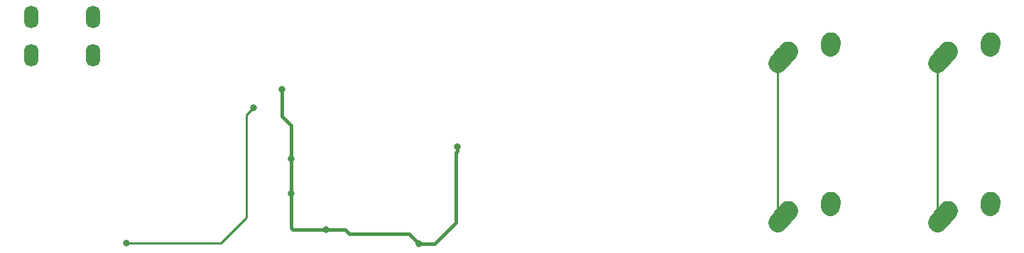
<source format=gbr>
G04 #@! TF.GenerationSoftware,KiCad,Pcbnew,5.1.4*
G04 #@! TF.CreationDate,2020-08-15T08:43:54-04:00*
G04 #@! TF.ProjectId,ai03-pcb-guide,61693033-2d70-4636-922d-67756964652e,rev?*
G04 #@! TF.SameCoordinates,Original*
G04 #@! TF.FileFunction,Copper,L1,Top*
G04 #@! TF.FilePolarity,Positive*
%FSLAX46Y46*%
G04 Gerber Fmt 4.6, Leading zero omitted, Abs format (unit mm)*
G04 Created by KiCad (PCBNEW 5.1.4) date 2020-08-15 08:43:54*
%MOMM*%
%LPD*%
G04 APERTURE LIST*
%ADD10O,1.700000X2.700000*%
%ADD11C,2.250000*%
%ADD12C,2.250000*%
%ADD13C,0.800000*%
%ADD14C,0.381000*%
%ADD15C,0.254000*%
G04 APERTURE END LIST*
D10*
X43975000Y-65087500D03*
X51275000Y-65087500D03*
X51275000Y-69587500D03*
X43975000Y-69587500D03*
D11*
X153252800Y-88138500D03*
X152597801Y-88868500D03*
D12*
X151942800Y-89598500D02*
X153252802Y-88138500D01*
D11*
X158292800Y-87058500D03*
X158272800Y-87348500D03*
D12*
X158252800Y-87638500D02*
X158292800Y-87058500D01*
D11*
X153252800Y-69088500D03*
X152597801Y-69818500D03*
D12*
X151942800Y-70548500D02*
X153252802Y-69088500D01*
D11*
X158292800Y-68008500D03*
X158272800Y-68298500D03*
D12*
X158252800Y-68588500D02*
X158292800Y-68008500D01*
D11*
X134202800Y-88138500D03*
X133547801Y-88868500D03*
D12*
X132892800Y-89598500D02*
X134202802Y-88138500D01*
D11*
X139242800Y-87058500D03*
X139222800Y-87348500D03*
D12*
X139202800Y-87638500D02*
X139242800Y-87058500D01*
D11*
X134202800Y-69088500D03*
X133547801Y-69818500D03*
D12*
X132892800Y-70548500D02*
X134202802Y-69088500D01*
D11*
X139242800Y-68008500D03*
X139222800Y-68298500D03*
D12*
X139202800Y-68588500D02*
X139242800Y-68008500D01*
D13*
X94780100Y-80505300D03*
X90182700Y-92125800D03*
X73825100Y-73647300D03*
X79042100Y-90411300D03*
X74891900Y-81991200D03*
X74891900Y-86144100D03*
X55283100Y-92062300D03*
X70472300Y-75907900D03*
D14*
X94780100Y-81070985D02*
X94576900Y-81274185D01*
X94780100Y-80505300D02*
X94780100Y-81070985D01*
X94576900Y-81274185D02*
X94576900Y-89611200D01*
X92062300Y-92125800D02*
X90182700Y-92125800D01*
X94576900Y-89611200D02*
X92062300Y-92125800D01*
X90182700Y-92125800D02*
X88988900Y-90932000D01*
X88988900Y-90932000D02*
X81902300Y-90932000D01*
X81902300Y-90932000D02*
X81381600Y-90411300D01*
X75082400Y-90411300D02*
X74891900Y-90220800D01*
X73825100Y-76911200D02*
X73825100Y-73647300D01*
X74891900Y-77978000D02*
X73825100Y-76911200D01*
X79095600Y-90411300D02*
X79042100Y-90411300D01*
X81381600Y-90411300D02*
X79095600Y-90411300D01*
X79095600Y-90411300D02*
X75082400Y-90411300D01*
X74891900Y-81991200D02*
X74891900Y-77978000D01*
X74891900Y-86144100D02*
X74891900Y-81991200D01*
X74891900Y-90220800D02*
X74891900Y-86144100D01*
D15*
X132892800Y-86828500D02*
X132892800Y-89598500D01*
X132892800Y-70548500D02*
X132892800Y-86828500D01*
X151942800Y-70548500D02*
X151942800Y-89598500D01*
X66522600Y-92062300D02*
X55283100Y-92062300D01*
X69589701Y-88995199D02*
X66522600Y-92062300D01*
X69589701Y-88995199D02*
X69589701Y-76739699D01*
X70421500Y-75907900D02*
X70472300Y-75907900D01*
X69589701Y-76739699D02*
X70421500Y-75907900D01*
M02*

</source>
